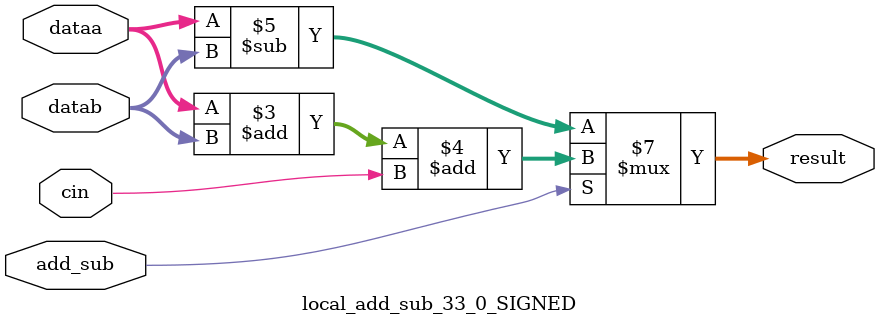
<source format=v>
/****************************************************************************
          AddSub unit
- Should perform ADD, ADDU, SUBU, SUB, SLT, SLTU

  is_slt signext addsub
    op[2] op[1] op[0]  |  Operation
0     0     0     0         SUBU
2     0     1     0         SUB
1     0     0     1         ADDU
3     0     1     1         ADD
4     1     0     0         SLTU
6     1     1     0         SLT

****************************************************************************/
//`include "options.v"

module addersub_32 (
            opA, opB,
            op, 
            result,
            result_slt );

input [32-1:0] opA;
input [32-1:0] opB;
//input carry_in;
input [3-1:0] op;

output [32-1:0] result;
output result_slt;

wire carry_out;
wire [32:0] sum;

// Mux between sum, and slt
wire is_slt;
wire signext;
wire addsub;

assign is_slt=op[2];
assign signext=op[1];
assign addsub=op[0];

assign result=sum[32-1:0];
//assign result_slt[32-1:1]={31{1'b0}};
//assign result_slt[0]=sum[32];
assign result_slt=sum[32];

`ifndef USE_INHOUSE_LOGIC
    `define USE_INHOUSE_LOGIC
`endif

`ifdef USE_INHOUSE_LOGIC
wire [(32+1)-1:0] dataa;
wire [(32+1)-1:0] datab;
wire cin;

assign dataa = {signext&opA[32-1],opA};
assign datab = {signext&opB[32-1],opB};
assign cin = ~addsub;

  local_add_sub_33_0_SIGNED local_adder_inst(
      .dataa(dataa),
      .datab(datab),
      .cin(cin),
      .add_sub(addsub),
      .result(sum)
  );
//  defparam
//      local_adder_inst.32 = 32+1,
//      local_adder_inst.PIPELINE = 0,
//      local_adder_inst.REPRESENTATION = "SIGNED";
`else
lpm_add_sub adder_inst(
    .dataa({signext&opA[32-1],opA}),
    .datab({signext&opB[32-1],opB}),
    .cin(~addsub),
    .add_sub(addsub),
    .result(sum)
        // synopsys translate_off
        ,
        .cout (),
        .clken (),
        .clock (),
        .overflow (),
        .aclr ()
        // synopsys translate_on
    );
defparam 
    adder_inst.lpm_width=32+1,
    adder_inst.lpm_representation="SIGNED";
`endif

assign carry_out=sum[32];
endmodulemodule local_add_sub_33_0_SIGNED(
dataa,
datab,
cin,
add_sub,
result
);

parameter WIDTH = 33;
parameter PIPELINE = 0;
parameter REPRESENTATION = "SIGNED";

input[WIDTH-1:0] dataa;
input[WIDTH-1:0] datab;
input cin;
input add_sub;
output reg [WIDTH-1:0] result;

always @(*)begin
    if(add_sub == 1'b1)
         result = dataa+datab+cin;
    else
         result = dataa - datab;
end

endmodule
</source>
